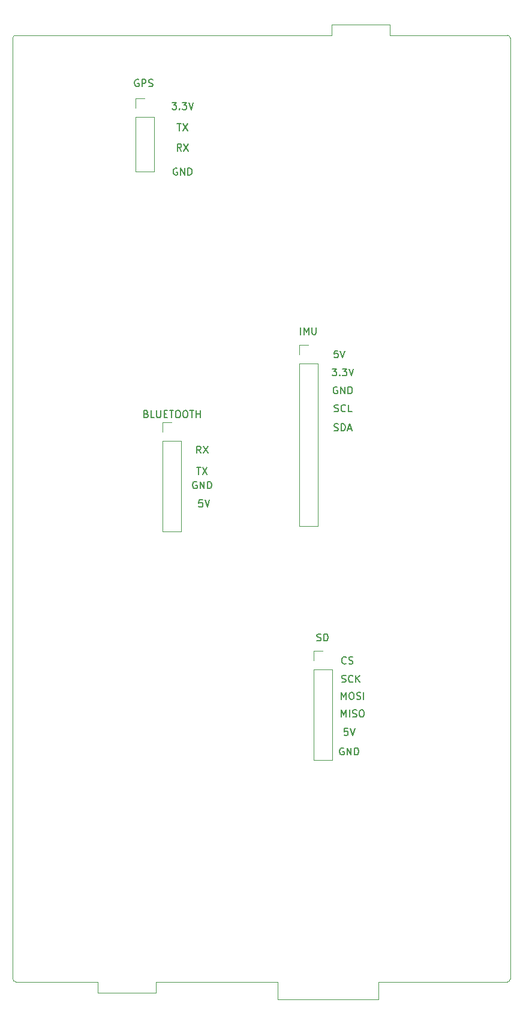
<source format=gbr>
%TF.GenerationSoftware,KiCad,Pcbnew,5.1.10-88a1d61d58~90~ubuntu20.04.1*%
%TF.CreationDate,2021-11-04T14:23:52-05:00*%
%TF.ProjectId,Backup,4261636b-7570-42e6-9b69-6361645f7063,rev?*%
%TF.SameCoordinates,Original*%
%TF.FileFunction,Legend,Top*%
%TF.FilePolarity,Positive*%
%FSLAX46Y46*%
G04 Gerber Fmt 4.6, Leading zero omitted, Abs format (unit mm)*
G04 Created by KiCad (PCBNEW 5.1.10-88a1d61d58~90~ubuntu20.04.1) date 2021-11-04 14:23:52*
%MOMM*%
%LPD*%
G01*
G04 APERTURE LIST*
%ADD10C,0.150000*%
%ADD11C,0.120000*%
G04 APERTURE END LIST*
D10*
X94488095Y-55500000D02*
X94392857Y-55452380D01*
X94250000Y-55452380D01*
X94107142Y-55500000D01*
X94011904Y-55595238D01*
X93964285Y-55690476D01*
X93916666Y-55880952D01*
X93916666Y-56023809D01*
X93964285Y-56214285D01*
X94011904Y-56309523D01*
X94107142Y-56404761D01*
X94250000Y-56452380D01*
X94345238Y-56452380D01*
X94488095Y-56404761D01*
X94535714Y-56357142D01*
X94535714Y-56023809D01*
X94345238Y-56023809D01*
X94964285Y-56452380D02*
X94964285Y-55452380D01*
X95535714Y-56452380D01*
X95535714Y-55452380D01*
X96011904Y-56452380D02*
X96011904Y-55452380D01*
X96250000Y-55452380D01*
X96392857Y-55500000D01*
X96488095Y-55595238D01*
X96535714Y-55690476D01*
X96583333Y-55880952D01*
X96583333Y-56023809D01*
X96535714Y-56214285D01*
X96488095Y-56309523D01*
X96392857Y-56404761D01*
X96250000Y-56452380D01*
X96011904Y-56452380D01*
X95083333Y-53052380D02*
X94750000Y-52576190D01*
X94511904Y-53052380D02*
X94511904Y-52052380D01*
X94892857Y-52052380D01*
X94988095Y-52100000D01*
X95035714Y-52147619D01*
X95083333Y-52242857D01*
X95083333Y-52385714D01*
X95035714Y-52480952D01*
X94988095Y-52528571D01*
X94892857Y-52576190D01*
X94511904Y-52576190D01*
X95416666Y-52052380D02*
X96083333Y-53052380D01*
X96083333Y-52052380D02*
X95416666Y-53052380D01*
X94488095Y-49202380D02*
X95059523Y-49202380D01*
X94773809Y-50202380D02*
X94773809Y-49202380D01*
X95297619Y-49202380D02*
X95964285Y-50202380D01*
X95964285Y-49202380D02*
X95297619Y-50202380D01*
X93773809Y-46202380D02*
X94392857Y-46202380D01*
X94059523Y-46583333D01*
X94202380Y-46583333D01*
X94297619Y-46630952D01*
X94345238Y-46678571D01*
X94392857Y-46773809D01*
X94392857Y-47011904D01*
X94345238Y-47107142D01*
X94297619Y-47154761D01*
X94202380Y-47202380D01*
X93916666Y-47202380D01*
X93821428Y-47154761D01*
X93773809Y-47107142D01*
X94821428Y-47107142D02*
X94869047Y-47154761D01*
X94821428Y-47202380D01*
X94773809Y-47154761D01*
X94821428Y-47107142D01*
X94821428Y-47202380D01*
X95202380Y-46202380D02*
X95821428Y-46202380D01*
X95488095Y-46583333D01*
X95630952Y-46583333D01*
X95726190Y-46630952D01*
X95773809Y-46678571D01*
X95821428Y-46773809D01*
X95821428Y-47011904D01*
X95773809Y-47107142D01*
X95726190Y-47154761D01*
X95630952Y-47202380D01*
X95345238Y-47202380D01*
X95250000Y-47154761D01*
X95202380Y-47107142D01*
X96107142Y-46202380D02*
X96440476Y-47202380D01*
X96773809Y-46202380D01*
X98059523Y-102302380D02*
X97583333Y-102302380D01*
X97535714Y-102778571D01*
X97583333Y-102730952D01*
X97678571Y-102683333D01*
X97916666Y-102683333D01*
X98011904Y-102730952D01*
X98059523Y-102778571D01*
X98107142Y-102873809D01*
X98107142Y-103111904D01*
X98059523Y-103207142D01*
X98011904Y-103254761D01*
X97916666Y-103302380D01*
X97678571Y-103302380D01*
X97583333Y-103254761D01*
X97535714Y-103207142D01*
X98392857Y-102302380D02*
X98726190Y-103302380D01*
X99059523Y-102302380D01*
X97238095Y-99750000D02*
X97142857Y-99702380D01*
X97000000Y-99702380D01*
X96857142Y-99750000D01*
X96761904Y-99845238D01*
X96714285Y-99940476D01*
X96666666Y-100130952D01*
X96666666Y-100273809D01*
X96714285Y-100464285D01*
X96761904Y-100559523D01*
X96857142Y-100654761D01*
X97000000Y-100702380D01*
X97095238Y-100702380D01*
X97238095Y-100654761D01*
X97285714Y-100607142D01*
X97285714Y-100273809D01*
X97095238Y-100273809D01*
X97714285Y-100702380D02*
X97714285Y-99702380D01*
X98285714Y-100702380D01*
X98285714Y-99702380D01*
X98761904Y-100702380D02*
X98761904Y-99702380D01*
X99000000Y-99702380D01*
X99142857Y-99750000D01*
X99238095Y-99845238D01*
X99285714Y-99940476D01*
X99333333Y-100130952D01*
X99333333Y-100273809D01*
X99285714Y-100464285D01*
X99238095Y-100559523D01*
X99142857Y-100654761D01*
X99000000Y-100702380D01*
X98761904Y-100702380D01*
X97238095Y-97702380D02*
X97809523Y-97702380D01*
X97523809Y-98702380D02*
X97523809Y-97702380D01*
X98047619Y-97702380D02*
X98714285Y-98702380D01*
X98714285Y-97702380D02*
X98047619Y-98702380D01*
X97833333Y-95702380D02*
X97500000Y-95226190D01*
X97261904Y-95702380D02*
X97261904Y-94702380D01*
X97642857Y-94702380D01*
X97738095Y-94750000D01*
X97785714Y-94797619D01*
X97833333Y-94892857D01*
X97833333Y-95035714D01*
X97785714Y-95130952D01*
X97738095Y-95178571D01*
X97642857Y-95226190D01*
X97261904Y-95226190D01*
X98166666Y-94702380D02*
X98833333Y-95702380D01*
X98833333Y-94702380D02*
X98166666Y-95702380D01*
X116641714Y-92504761D02*
X116784571Y-92552380D01*
X117022666Y-92552380D01*
X117117904Y-92504761D01*
X117165523Y-92457142D01*
X117213142Y-92361904D01*
X117213142Y-92266666D01*
X117165523Y-92171428D01*
X117117904Y-92123809D01*
X117022666Y-92076190D01*
X116832190Y-92028571D01*
X116736952Y-91980952D01*
X116689333Y-91933333D01*
X116641714Y-91838095D01*
X116641714Y-91742857D01*
X116689333Y-91647619D01*
X116736952Y-91600000D01*
X116832190Y-91552380D01*
X117070285Y-91552380D01*
X117213142Y-91600000D01*
X117641714Y-92552380D02*
X117641714Y-91552380D01*
X117879809Y-91552380D01*
X118022666Y-91600000D01*
X118117904Y-91695238D01*
X118165523Y-91790476D01*
X118213142Y-91980952D01*
X118213142Y-92123809D01*
X118165523Y-92314285D01*
X118117904Y-92409523D01*
X118022666Y-92504761D01*
X117879809Y-92552380D01*
X117641714Y-92552380D01*
X118594095Y-92266666D02*
X119070285Y-92266666D01*
X118498857Y-92552380D02*
X118832190Y-91552380D01*
X119165523Y-92552380D01*
X116665523Y-89812761D02*
X116808380Y-89860380D01*
X117046476Y-89860380D01*
X117141714Y-89812761D01*
X117189333Y-89765142D01*
X117236952Y-89669904D01*
X117236952Y-89574666D01*
X117189333Y-89479428D01*
X117141714Y-89431809D01*
X117046476Y-89384190D01*
X116856000Y-89336571D01*
X116760761Y-89288952D01*
X116713142Y-89241333D01*
X116665523Y-89146095D01*
X116665523Y-89050857D01*
X116713142Y-88955619D01*
X116760761Y-88908000D01*
X116856000Y-88860380D01*
X117094095Y-88860380D01*
X117236952Y-88908000D01*
X118236952Y-89765142D02*
X118189333Y-89812761D01*
X118046476Y-89860380D01*
X117951238Y-89860380D01*
X117808380Y-89812761D01*
X117713142Y-89717523D01*
X117665523Y-89622285D01*
X117617904Y-89431809D01*
X117617904Y-89288952D01*
X117665523Y-89098476D01*
X117713142Y-89003238D01*
X117808380Y-88908000D01*
X117951238Y-88860380D01*
X118046476Y-88860380D01*
X118189333Y-88908000D01*
X118236952Y-88955619D01*
X119141714Y-89860380D02*
X118665523Y-89860380D01*
X118665523Y-88860380D01*
X117094095Y-86368000D02*
X116998857Y-86320380D01*
X116856000Y-86320380D01*
X116713142Y-86368000D01*
X116617904Y-86463238D01*
X116570285Y-86558476D01*
X116522666Y-86748952D01*
X116522666Y-86891809D01*
X116570285Y-87082285D01*
X116617904Y-87177523D01*
X116713142Y-87272761D01*
X116856000Y-87320380D01*
X116951238Y-87320380D01*
X117094095Y-87272761D01*
X117141714Y-87225142D01*
X117141714Y-86891809D01*
X116951238Y-86891809D01*
X117570285Y-87320380D02*
X117570285Y-86320380D01*
X118141714Y-87320380D01*
X118141714Y-86320380D01*
X118617904Y-87320380D02*
X118617904Y-86320380D01*
X118856000Y-86320380D01*
X118998857Y-86368000D01*
X119094095Y-86463238D01*
X119141714Y-86558476D01*
X119189333Y-86748952D01*
X119189333Y-86891809D01*
X119141714Y-87082285D01*
X119094095Y-87177523D01*
X118998857Y-87272761D01*
X118856000Y-87320380D01*
X118617904Y-87320380D01*
X116379809Y-83780380D02*
X116998857Y-83780380D01*
X116665523Y-84161333D01*
X116808380Y-84161333D01*
X116903619Y-84208952D01*
X116951238Y-84256571D01*
X116998857Y-84351809D01*
X116998857Y-84589904D01*
X116951238Y-84685142D01*
X116903619Y-84732761D01*
X116808380Y-84780380D01*
X116522666Y-84780380D01*
X116427428Y-84732761D01*
X116379809Y-84685142D01*
X117427428Y-84685142D02*
X117475047Y-84732761D01*
X117427428Y-84780380D01*
X117379809Y-84732761D01*
X117427428Y-84685142D01*
X117427428Y-84780380D01*
X117808380Y-83780380D02*
X118427428Y-83780380D01*
X118094095Y-84161333D01*
X118236952Y-84161333D01*
X118332190Y-84208952D01*
X118379809Y-84256571D01*
X118427428Y-84351809D01*
X118427428Y-84589904D01*
X118379809Y-84685142D01*
X118332190Y-84732761D01*
X118236952Y-84780380D01*
X117951238Y-84780380D01*
X117856000Y-84732761D01*
X117808380Y-84685142D01*
X118713142Y-83780380D02*
X119046476Y-84780380D01*
X119379809Y-83780380D01*
X117157523Y-81240380D02*
X116681333Y-81240380D01*
X116633714Y-81716571D01*
X116681333Y-81668952D01*
X116776571Y-81621333D01*
X117014666Y-81621333D01*
X117109904Y-81668952D01*
X117157523Y-81716571D01*
X117205142Y-81811809D01*
X117205142Y-82049904D01*
X117157523Y-82145142D01*
X117109904Y-82192761D01*
X117014666Y-82240380D01*
X116776571Y-82240380D01*
X116681333Y-82192761D01*
X116633714Y-82145142D01*
X117490857Y-81240380D02*
X117824190Y-82240380D01*
X118157523Y-81240380D01*
X117988095Y-137350000D02*
X117892857Y-137302380D01*
X117750000Y-137302380D01*
X117607142Y-137350000D01*
X117511904Y-137445238D01*
X117464285Y-137540476D01*
X117416666Y-137730952D01*
X117416666Y-137873809D01*
X117464285Y-138064285D01*
X117511904Y-138159523D01*
X117607142Y-138254761D01*
X117750000Y-138302380D01*
X117845238Y-138302380D01*
X117988095Y-138254761D01*
X118035714Y-138207142D01*
X118035714Y-137873809D01*
X117845238Y-137873809D01*
X118464285Y-138302380D02*
X118464285Y-137302380D01*
X119035714Y-138302380D01*
X119035714Y-137302380D01*
X119511904Y-138302380D02*
X119511904Y-137302380D01*
X119750000Y-137302380D01*
X119892857Y-137350000D01*
X119988095Y-137445238D01*
X120035714Y-137540476D01*
X120083333Y-137730952D01*
X120083333Y-137873809D01*
X120035714Y-138064285D01*
X119988095Y-138159523D01*
X119892857Y-138254761D01*
X119750000Y-138302380D01*
X119511904Y-138302380D01*
X118559523Y-134552380D02*
X118083333Y-134552380D01*
X118035714Y-135028571D01*
X118083333Y-134980952D01*
X118178571Y-134933333D01*
X118416666Y-134933333D01*
X118511904Y-134980952D01*
X118559523Y-135028571D01*
X118607142Y-135123809D01*
X118607142Y-135361904D01*
X118559523Y-135457142D01*
X118511904Y-135504761D01*
X118416666Y-135552380D01*
X118178571Y-135552380D01*
X118083333Y-135504761D01*
X118035714Y-135457142D01*
X118892857Y-134552380D02*
X119226190Y-135552380D01*
X119559523Y-134552380D01*
X117678571Y-132952380D02*
X117678571Y-131952380D01*
X118011904Y-132666666D01*
X118345238Y-131952380D01*
X118345238Y-132952380D01*
X118821428Y-132952380D02*
X118821428Y-131952380D01*
X119250000Y-132904761D02*
X119392857Y-132952380D01*
X119630952Y-132952380D01*
X119726190Y-132904761D01*
X119773809Y-132857142D01*
X119821428Y-132761904D01*
X119821428Y-132666666D01*
X119773809Y-132571428D01*
X119726190Y-132523809D01*
X119630952Y-132476190D01*
X119440476Y-132428571D01*
X119345238Y-132380952D01*
X119297619Y-132333333D01*
X119250000Y-132238095D01*
X119250000Y-132142857D01*
X119297619Y-132047619D01*
X119345238Y-132000000D01*
X119440476Y-131952380D01*
X119678571Y-131952380D01*
X119821428Y-132000000D01*
X120440476Y-131952380D02*
X120630952Y-131952380D01*
X120726190Y-132000000D01*
X120821428Y-132095238D01*
X120869047Y-132285714D01*
X120869047Y-132619047D01*
X120821428Y-132809523D01*
X120726190Y-132904761D01*
X120630952Y-132952380D01*
X120440476Y-132952380D01*
X120345238Y-132904761D01*
X120250000Y-132809523D01*
X120202380Y-132619047D01*
X120202380Y-132285714D01*
X120250000Y-132095238D01*
X120345238Y-132000000D01*
X120440476Y-131952380D01*
X117678571Y-130452380D02*
X117678571Y-129452380D01*
X118011904Y-130166666D01*
X118345238Y-129452380D01*
X118345238Y-130452380D01*
X119011904Y-129452380D02*
X119202380Y-129452380D01*
X119297619Y-129500000D01*
X119392857Y-129595238D01*
X119440476Y-129785714D01*
X119440476Y-130119047D01*
X119392857Y-130309523D01*
X119297619Y-130404761D01*
X119202380Y-130452380D01*
X119011904Y-130452380D01*
X118916666Y-130404761D01*
X118821428Y-130309523D01*
X118773809Y-130119047D01*
X118773809Y-129785714D01*
X118821428Y-129595238D01*
X118916666Y-129500000D01*
X119011904Y-129452380D01*
X119821428Y-130404761D02*
X119964285Y-130452380D01*
X120202380Y-130452380D01*
X120297619Y-130404761D01*
X120345238Y-130357142D01*
X120392857Y-130261904D01*
X120392857Y-130166666D01*
X120345238Y-130071428D01*
X120297619Y-130023809D01*
X120202380Y-129976190D01*
X120011904Y-129928571D01*
X119916666Y-129880952D01*
X119869047Y-129833333D01*
X119821428Y-129738095D01*
X119821428Y-129642857D01*
X119869047Y-129547619D01*
X119916666Y-129500000D01*
X120011904Y-129452380D01*
X120250000Y-129452380D01*
X120392857Y-129500000D01*
X120821428Y-130452380D02*
X120821428Y-129452380D01*
X117714285Y-128004761D02*
X117857142Y-128052380D01*
X118095238Y-128052380D01*
X118190476Y-128004761D01*
X118238095Y-127957142D01*
X118285714Y-127861904D01*
X118285714Y-127766666D01*
X118238095Y-127671428D01*
X118190476Y-127623809D01*
X118095238Y-127576190D01*
X117904761Y-127528571D01*
X117809523Y-127480952D01*
X117761904Y-127433333D01*
X117714285Y-127338095D01*
X117714285Y-127242857D01*
X117761904Y-127147619D01*
X117809523Y-127100000D01*
X117904761Y-127052380D01*
X118142857Y-127052380D01*
X118285714Y-127100000D01*
X119285714Y-127957142D02*
X119238095Y-128004761D01*
X119095238Y-128052380D01*
X119000000Y-128052380D01*
X118857142Y-128004761D01*
X118761904Y-127909523D01*
X118714285Y-127814285D01*
X118666666Y-127623809D01*
X118666666Y-127480952D01*
X118714285Y-127290476D01*
X118761904Y-127195238D01*
X118857142Y-127100000D01*
X119000000Y-127052380D01*
X119095238Y-127052380D01*
X119238095Y-127100000D01*
X119285714Y-127147619D01*
X119714285Y-128052380D02*
X119714285Y-127052380D01*
X120285714Y-128052380D02*
X119857142Y-127480952D01*
X120285714Y-127052380D02*
X119714285Y-127623809D01*
X118333333Y-125357142D02*
X118285714Y-125404761D01*
X118142857Y-125452380D01*
X118047619Y-125452380D01*
X117904761Y-125404761D01*
X117809523Y-125309523D01*
X117761904Y-125214285D01*
X117714285Y-125023809D01*
X117714285Y-124880952D01*
X117761904Y-124690476D01*
X117809523Y-124595238D01*
X117904761Y-124500000D01*
X118047619Y-124452380D01*
X118142857Y-124452380D01*
X118285714Y-124500000D01*
X118333333Y-124547619D01*
X118714285Y-125404761D02*
X118857142Y-125452380D01*
X119095238Y-125452380D01*
X119190476Y-125404761D01*
X119238095Y-125357142D01*
X119285714Y-125261904D01*
X119285714Y-125166666D01*
X119238095Y-125071428D01*
X119190476Y-125023809D01*
X119095238Y-124976190D01*
X118904761Y-124928571D01*
X118809523Y-124880952D01*
X118761904Y-124833333D01*
X118714285Y-124738095D01*
X118714285Y-124642857D01*
X118761904Y-124547619D01*
X118809523Y-124500000D01*
X118904761Y-124452380D01*
X119142857Y-124452380D01*
X119285714Y-124500000D01*
D11*
%TO.C,U1*%
X122901001Y-170323001D02*
X141091001Y-170323001D01*
X141491001Y-169923001D02*
X141491001Y-37123001D01*
X116281001Y-36723001D02*
X71691001Y-36723001D01*
X71291001Y-37123001D02*
X71291001Y-169923001D01*
X122901001Y-170323001D02*
X122901001Y-172773001D01*
X122901001Y-172773001D02*
X108681001Y-172773001D01*
X108681001Y-172773001D02*
X108681001Y-170323001D01*
X83281001Y-170323001D02*
X71691001Y-170323001D01*
X108681001Y-170323001D02*
X91501001Y-170313001D01*
X83281001Y-170323001D02*
X83281001Y-171833001D01*
X83281001Y-171833001D02*
X91501001Y-171833001D01*
X91501001Y-171833001D02*
X91501001Y-170313001D01*
X116281001Y-36723001D02*
X116281001Y-35213001D01*
X116281001Y-35213001D02*
X124501001Y-35213001D01*
X124501001Y-35213001D02*
X124501001Y-36723001D01*
X124501001Y-36723001D02*
X141091001Y-36723001D01*
X141091001Y-170323001D02*
G75*
G03*
X141491001Y-169923001I0J400000D01*
G01*
X71291001Y-169923001D02*
G75*
G03*
X71691001Y-170323001I400000J0D01*
G01*
X71691001Y-36723001D02*
G75*
G03*
X71291001Y-37123001I0J-400000D01*
G01*
X141491001Y-37123001D02*
G75*
G03*
X141091001Y-36723001I-400000J0D01*
G01*
%TO.C,IMU*%
X111700000Y-80458000D02*
X113030000Y-80458000D01*
X111700000Y-81788000D02*
X111700000Y-80458000D01*
X111700000Y-83058000D02*
X114360000Y-83058000D01*
X114360000Y-83058000D02*
X114360000Y-105978000D01*
X111700000Y-83058000D02*
X111700000Y-105978000D01*
X111700000Y-105978000D02*
X114360000Y-105978000D01*
%TO.C,GPS*%
X88586000Y-45660000D02*
X89916000Y-45660000D01*
X88586000Y-46990000D02*
X88586000Y-45660000D01*
X88586000Y-48260000D02*
X91246000Y-48260000D01*
X91246000Y-48260000D02*
X91246000Y-55940000D01*
X88586000Y-48260000D02*
X88586000Y-55940000D01*
X88586000Y-55940000D02*
X91246000Y-55940000D01*
%TO.C,BLUETOOTH*%
X92396000Y-91380000D02*
X93726000Y-91380000D01*
X92396000Y-92710000D02*
X92396000Y-91380000D01*
X92396000Y-93980000D02*
X95056000Y-93980000D01*
X95056000Y-93980000D02*
X95056000Y-106740000D01*
X92396000Y-93980000D02*
X92396000Y-106740000D01*
X92396000Y-106740000D02*
X95056000Y-106740000D01*
%TO.C,SD*%
X113732000Y-138998000D02*
X116392000Y-138998000D01*
X113732000Y-126238000D02*
X113732000Y-138998000D01*
X116392000Y-126238000D02*
X116392000Y-138998000D01*
X113732000Y-126238000D02*
X116392000Y-126238000D01*
X113732000Y-124968000D02*
X113732000Y-123638000D01*
X113732000Y-123638000D02*
X115062000Y-123638000D01*
%TO.C,IMU*%
D10*
X111904761Y-78952380D02*
X111904761Y-77952380D01*
X112380952Y-78952380D02*
X112380952Y-77952380D01*
X112714285Y-78666666D01*
X113047619Y-77952380D01*
X113047619Y-78952380D01*
X113523809Y-77952380D02*
X113523809Y-78761904D01*
X113571428Y-78857142D01*
X113619047Y-78904761D01*
X113714285Y-78952380D01*
X113904761Y-78952380D01*
X114000000Y-78904761D01*
X114047619Y-78857142D01*
X114095238Y-78761904D01*
X114095238Y-77952380D01*
%TO.C,GPS*%
X89035714Y-43000000D02*
X88940476Y-42952380D01*
X88797619Y-42952380D01*
X88654761Y-43000000D01*
X88559523Y-43095238D01*
X88511904Y-43190476D01*
X88464285Y-43380952D01*
X88464285Y-43523809D01*
X88511904Y-43714285D01*
X88559523Y-43809523D01*
X88654761Y-43904761D01*
X88797619Y-43952380D01*
X88892857Y-43952380D01*
X89035714Y-43904761D01*
X89083333Y-43857142D01*
X89083333Y-43523809D01*
X88892857Y-43523809D01*
X89511904Y-43952380D02*
X89511904Y-42952380D01*
X89892857Y-42952380D01*
X89988095Y-43000000D01*
X90035714Y-43047619D01*
X90083333Y-43142857D01*
X90083333Y-43285714D01*
X90035714Y-43380952D01*
X89988095Y-43428571D01*
X89892857Y-43476190D01*
X89511904Y-43476190D01*
X90464285Y-43904761D02*
X90607142Y-43952380D01*
X90845238Y-43952380D01*
X90940476Y-43904761D01*
X90988095Y-43857142D01*
X91035714Y-43761904D01*
X91035714Y-43666666D01*
X90988095Y-43571428D01*
X90940476Y-43523809D01*
X90845238Y-43476190D01*
X90654761Y-43428571D01*
X90559523Y-43380952D01*
X90511904Y-43333333D01*
X90464285Y-43238095D01*
X90464285Y-43142857D01*
X90511904Y-43047619D01*
X90559523Y-43000000D01*
X90654761Y-42952380D01*
X90892857Y-42952380D01*
X91035714Y-43000000D01*
%TO.C,BLUETOOTH*%
X90107142Y-90178571D02*
X90250000Y-90226190D01*
X90297619Y-90273809D01*
X90345238Y-90369047D01*
X90345238Y-90511904D01*
X90297619Y-90607142D01*
X90250000Y-90654761D01*
X90154761Y-90702380D01*
X89773809Y-90702380D01*
X89773809Y-89702380D01*
X90107142Y-89702380D01*
X90202380Y-89750000D01*
X90250000Y-89797619D01*
X90297619Y-89892857D01*
X90297619Y-89988095D01*
X90250000Y-90083333D01*
X90202380Y-90130952D01*
X90107142Y-90178571D01*
X89773809Y-90178571D01*
X91250000Y-90702380D02*
X90773809Y-90702380D01*
X90773809Y-89702380D01*
X91583333Y-89702380D02*
X91583333Y-90511904D01*
X91630952Y-90607142D01*
X91678571Y-90654761D01*
X91773809Y-90702380D01*
X91964285Y-90702380D01*
X92059523Y-90654761D01*
X92107142Y-90607142D01*
X92154761Y-90511904D01*
X92154761Y-89702380D01*
X92630952Y-90178571D02*
X92964285Y-90178571D01*
X93107142Y-90702380D02*
X92630952Y-90702380D01*
X92630952Y-89702380D01*
X93107142Y-89702380D01*
X93392857Y-89702380D02*
X93964285Y-89702380D01*
X93678571Y-90702380D02*
X93678571Y-89702380D01*
X94488095Y-89702380D02*
X94678571Y-89702380D01*
X94773809Y-89750000D01*
X94869047Y-89845238D01*
X94916666Y-90035714D01*
X94916666Y-90369047D01*
X94869047Y-90559523D01*
X94773809Y-90654761D01*
X94678571Y-90702380D01*
X94488095Y-90702380D01*
X94392857Y-90654761D01*
X94297619Y-90559523D01*
X94250000Y-90369047D01*
X94250000Y-90035714D01*
X94297619Y-89845238D01*
X94392857Y-89750000D01*
X94488095Y-89702380D01*
X95535714Y-89702380D02*
X95726190Y-89702380D01*
X95821428Y-89750000D01*
X95916666Y-89845238D01*
X95964285Y-90035714D01*
X95964285Y-90369047D01*
X95916666Y-90559523D01*
X95821428Y-90654761D01*
X95726190Y-90702380D01*
X95535714Y-90702380D01*
X95440476Y-90654761D01*
X95345238Y-90559523D01*
X95297619Y-90369047D01*
X95297619Y-90035714D01*
X95345238Y-89845238D01*
X95440476Y-89750000D01*
X95535714Y-89702380D01*
X96250000Y-89702380D02*
X96821428Y-89702380D01*
X96535714Y-90702380D02*
X96535714Y-89702380D01*
X97154761Y-90702380D02*
X97154761Y-89702380D01*
X97154761Y-90178571D02*
X97726190Y-90178571D01*
X97726190Y-90702380D02*
X97726190Y-89702380D01*
%TO.C,SD*%
X114214285Y-122154761D02*
X114357142Y-122202380D01*
X114595238Y-122202380D01*
X114690476Y-122154761D01*
X114738095Y-122107142D01*
X114785714Y-122011904D01*
X114785714Y-121916666D01*
X114738095Y-121821428D01*
X114690476Y-121773809D01*
X114595238Y-121726190D01*
X114404761Y-121678571D01*
X114309523Y-121630952D01*
X114261904Y-121583333D01*
X114214285Y-121488095D01*
X114214285Y-121392857D01*
X114261904Y-121297619D01*
X114309523Y-121250000D01*
X114404761Y-121202380D01*
X114642857Y-121202380D01*
X114785714Y-121250000D01*
X115214285Y-122202380D02*
X115214285Y-121202380D01*
X115452380Y-121202380D01*
X115595238Y-121250000D01*
X115690476Y-121345238D01*
X115738095Y-121440476D01*
X115785714Y-121630952D01*
X115785714Y-121773809D01*
X115738095Y-121964285D01*
X115690476Y-122059523D01*
X115595238Y-122154761D01*
X115452380Y-122202380D01*
X115214285Y-122202380D01*
%TD*%
M02*

</source>
